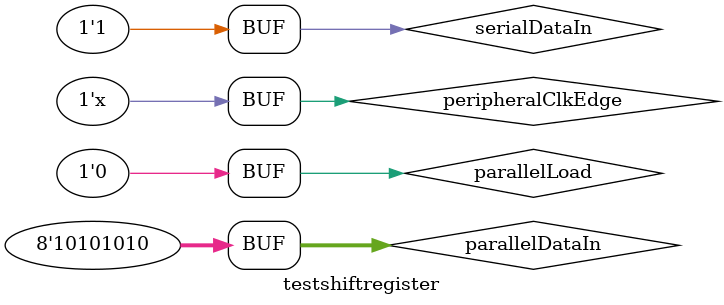
<source format=v>
`include "shiftregister.v"
module testshiftregister();

    reg             clk;
    reg             peripheralClkEdge;
    reg             parallelLoad;
    wire[7:0]       parallelDataOut;
    wire            serialDataOut;
    reg[7:0]        parallelDataIn;
    reg             serialDataIn;

    // Instantiate with parameter width = 8
    shiftregister #(8) dut(.clk(clk),
    		           .peripheralClkEdge(peripheralClkEdge),
    		           .parallelLoad(parallelLoad),
    		           .parallelDataIn(parallelDataIn),
    		           .serialDataIn(serialDataIn),
    		           .parallelDataOut(parallelDataOut),
    		           .serialDataOut(serialDataOut));

    initial peripheralClkEdge = 0;
    always #30 peripheralClkEdge=!peripheralClkEdge;
    initial parallelLoad = 0;

    initial begin
      $dumpfile("shiftregister.vcd");
      $dumpvars(0, dut);

      serialDataIn = 1;
      #500

      parallelDataIn = 8'hAA;

      #100
      parallelLoad = 1;
      #100
      parallelLoad = 0;


    end

endmodule

</source>
